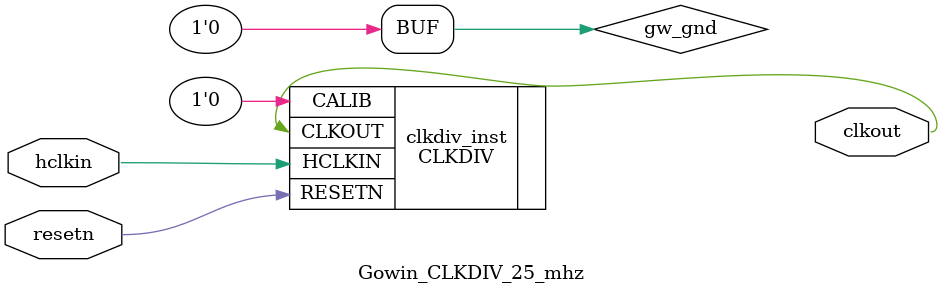
<source format=v>

module Gowin_CLKDIV_25_mhz (clkout, hclkin, resetn);

output clkout;
input hclkin;
input resetn;

wire gw_gnd;

assign gw_gnd = 1'b0;

CLKDIV clkdiv_inst (
    .CLKOUT(clkout),
    .HCLKIN(hclkin),
    .RESETN(resetn),
    .CALIB(gw_gnd)
);

defparam clkdiv_inst.DIV_MODE = "5";
defparam clkdiv_inst.GSREN = "false";

endmodule //Gowin_CLKDIV_25_mhz

</source>
